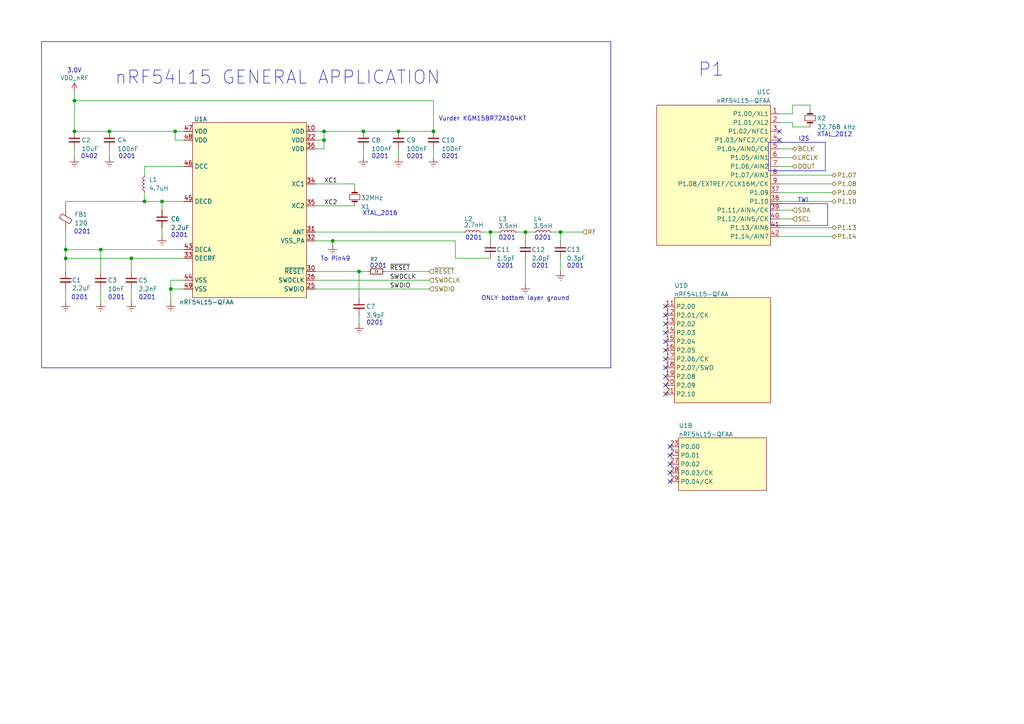
<source format=kicad_sch>
(kicad_sch (version 20250114) (generator "eeschema") (generator_version "9.0")
  (paper "A4")
  (lib_symbols
    (symbol "Crystal_Small_1" (pin_numbers (hide yes)) (pin_names (offset 1.016) (hide yes))
      (property "Reference" "X1" (at 0 -2.032 90))
      (property "Value" "32MHz" (at -2.54 -2.032 90))
      (symbol "Crystal_Small_1_0_1"
        (polyline (pts (xy -1.27 -0.762) (xy -1.27 0.762)) (stroke (width 0.381)))
        (rectangle (start -0.762 -1.524) (end 0.762 1.524))
        (polyline (pts (xy 1.27 -0.762) (xy 1.27 0.762)) (stroke (width 0.381)))
      )
      (symbol "Crystal_Small_1_1_1"
        (pin passive line (at -2.54 0 0) (length 1.27) (name "1") (number "1"))
        (pin passive line (at 2.54 0 180) (length 1.27) (name "3") (number "3"))
      )
    )
    (symbol "Device:C_Small" (pin_numbers (hide yes)) (pin_names (offset 0.254) (hide yes))
      (property "Reference" "C" (at 0.254 1.778 0))
      (property "Value" "C_Small" (at 0.254 -2.032 0))
      (symbol "C_Small_0_1"
        (polyline (pts (xy -1.524 0.508) (xy 1.524 0.508)) (stroke (width 0.3048)))
        (polyline (pts (xy -1.524 -0.508) (xy 1.524 -0.508)) (stroke (width 0.3302)))
      )
      (symbol "C_Small_1_1"
        (pin passive line (at 0 2.54 270) (length 2.032) (name "~") (number "1"))
        (pin passive line (at 0 -2.54 90) (length 2.032) (name "~") (number "2"))
      )
    )
    (symbol "Device:Crystal_Small" (pin_numbers (hide yes)) (pin_names (offset 1.016) (hide yes))
      (property "Reference" "Y" (at 0 2.54 0))
      (property "Value" "Crystal_Small" (at 0 -2.54 0))
      (symbol "Crystal_Small_0_1"
        (polyline (pts (xy -1.27 -0.762) (xy -1.27 0.762)) (stroke (width 0.381)))
        (rectangle (start -0.762 -1.524) (end 0.762 1.524))
        (polyline (pts (xy 1.27 -0.762) (xy 1.27 0.762)) (stroke (width 0.381)))
      )
      (symbol "Crystal_Small_1_1"
        (pin passive line (at -2.54 0 0) (length 1.27) (name "1") (number "1"))
        (pin passive line (at 2.54 0 180) (length 1.27) (name "2") (number "2"))
      )
    )
    (symbol "Device:FerriteBead_Small" (pin_numbers (hide yes)) (pin_names (offset 0))
      (property "Reference" "FB" (at 1.905 1.27 0))
      (property "Value" "FerriteBead_Small" (at 1.905 -1.27 0))
      (symbol "FerriteBead_Small_0_1"
        (polyline (pts (xy -1.8288 0.2794) (xy -1.1176 1.4986) (xy 1.8288 -0.2032) (xy 1.1176 -1.4224) (xy -1.8288 0.2794)))
        (polyline (pts (xy 0 0.889) (xy 0 1.2954)))
        (polyline (pts (xy 0 -1.27) (xy 0 -0.7874)))
      )
      (symbol "FerriteBead_Small_1_1"
        (pin passive line (at 0 2.54 270) (length 1.27) (name "~") (number "1"))
        (pin passive line (at 0 -2.54 90) (length 1.27) (name "~") (number "2"))
      )
    )
    (symbol "Device:L_Small" (pin_numbers (hide yes)) (pin_names (offset 0.254) (hide yes))
      (property "Reference" "L" (at 0.762 1.016 0))
      (property "Value" "L_Small" (at 0.762 -1.016 0))
      (symbol "L_Small_0_1"
        (arc (start 0 2.032) (mid 0.5058 1.524) (end 0 1.016))
        (arc (start 0 1.016) (mid 0.5058 0.508) (end 0 0))
        (arc (start 0 0) (mid 0.5058 -0.508) (end 0 -1.016))
        (arc (start 0 -1.016) (mid 0.5058 -1.524) (end 0 -2.032))
      )
      (symbol "L_Small_1_1"
        (pin passive line (at 0 2.54 270) (length 0.508) (name "~") (number "1"))
        (pin passive line (at 0 -2.54 90) (length 0.508) (name "~") (number "2"))
      )
    )
    (symbol "Device:R_Small" (pin_numbers (hide yes)) (pin_names (offset 0.254) (hide yes))
      (property "Reference" "R" (at 0 0 90))
      (property "Value" "R_Small" (at 1.778 0 90))
      (symbol "R_Small_0_1"
        (rectangle (start -0.762 1.778) (end 0.762 -1.778) (stroke (width 0.2032)))
      )
      (symbol "R_Small_1_1"
        (pin passive line (at 0 2.54 270) (length 0.762) (name "~") (number "1"))
        (pin passive line (at 0 -2.54 90) (length 0.762) (name "~") (number "2"))
      )
    )
    (symbol "Ekse:nRF54L15"
      (property "Reference" "U1" (at 2.286 51.816 0))
      (property "Value" "nRF54L15-QFAA" (at 4.064 -1.27 0))
      (symbol "nRF54L15_1_1"
        (rectangle (start 0 50.8) (end 33.02 0) (fill (type background)))
        (pin input line (at -2.54 48.26 0) (length 2.54) (name "VDD") (number "47"))
        (pin input line (at -2.54 45.72 0) (length 2.54) (name "VDD") (number "48"))
        (pin output line (at -2.54 38.1 0) (length 2.54) (name "DCC") (number "46"))
        (pin input line (at -2.54 27.94 0) (length 2.54) (name "DECD") (number "45"))
        (pin input line (at -2.54 13.97 0) (length 2.54) (name "DECA") (number "43"))
        (pin input line (at -2.54 11.43 0) (length 2.54) (name "DECRF") (number "33"))
        (pin input line (at -2.54 5.08 0) (length 2.54) (name "VSS") (number "44"))
        (pin input line (at -2.54 2.54 0) (length 2.54) (name "VSS") (number "49"))
        (pin input line (at 35.56 48.26 180) (length 2.54) (name "VDD") (number "10"))
        (pin input line (at 35.56 45.72 180) (length 2.54) (name "VDD") (number "22"))
        (pin input line (at 35.56 43.18 180) (length 2.54) (name "VDD") (number "36"))
        (pin input line (at 35.56 33.02 180) (length 2.54) (name "XC1") (number "34"))
        (pin output line (at 35.56 26.67 180) (length 2.54) (name "XC2") (number "35"))
        (pin bidirectional line (at 35.56 19.05 180) (length 2.54) (name "ANT") (number "31"))
        (pin input line (at 35.56 16.51 180) (length 2.54) (name "VSS_PA") (number "32"))
        (pin input line (at 35.56 7.62 180) (length 2.54) (name "~{RESET}") (number "30"))
        (pin input line (at 35.56 5.08 180) (length 2.54) (name "SWDCLK") (number "26"))
        (pin bidirectional line (at 35.56 2.54 180) (length 2.54) (name "SWDIO") (number "25"))
      )
      (symbol "nRF54L15_2_1"
        (rectangle (start 0 15.24) (end 25.4 0) (fill (type background)))
        (pin bidirectional line (at -2.54 12.7 0) (length 2.54) (name "P0.00") (number "23"))
        (pin bidirectional line (at -2.54 10.16 0) (length 2.54) (name "P0.01") (number "24"))
        (pin bidirectional line (at -2.54 7.62 0) (length 2.54) (name "P0.02") (number "27"))
        (pin bidirectional line (at -2.54 5.08 0) (length 2.54) (name "P0.03/CK") (number "28"))
        (pin bidirectional line (at -2.54 2.54 0) (length 2.54) (name "P0.04/CK") (number "29"))
      )
      (symbol "nRF54L15_3_1"
        (rectangle (start 0 40.64) (end 33.02 0) (fill (type background)))
        (pin bidirectional line (at -2.54 38.1 0) (length 2.54) (name "P1.00/XL1") (number "1"))
        (pin bidirectional line (at -2.54 35.56 0) (length 2.54) (name "P1.01/XL2") (number "2"))
        (pin bidirectional line (at -2.54 33.02 0) (length 2.54) (name "P1.02/NFC1") (number "3"))
        (pin bidirectional line (at -2.54 30.48 0) (length 2.54) (name "P1.03/NFC2/CK") (number "4"))
        (pin bidirectional line (at -2.54 27.94 0) (length 2.54) (name "P1.04/AIN0/CK") (number "5"))
        (pin bidirectional line (at -2.54 25.4 0) (length 2.54) (name "P1.05/AIN1") (number "6"))
        (pin bidirectional line (at -2.54 22.86 0) (length 2.54) (name "P1.06/AIN2") (number "7"))
        (pin bidirectional line (at -2.54 20.32 0) (length 2.54) (name "P1.07/AIN3") (number "8"))
        (pin bidirectional line (at -2.54 17.78 0) (length 2.54) (name "P1.08/EXTREF/CLK16M/CK") (number "9"))
        (pin bidirectional line (at -2.54 15.24 0) (length 2.54) (name "P1.09") (number "37"))
        (pin bidirectional line (at -2.54 12.7 0) (length 2.54) (name "P1.10") (number "38"))
        (pin bidirectional line (at -2.54 10.16 0) (length 2.54) (name "P1.11/AIN4/CK") (number "39"))
        (pin bidirectional line (at -2.54 7.62 0) (length 2.54) (name "P1.12/AIN5/CK") (number "40"))
        (pin bidirectional line (at -2.54 5.08 0) (length 2.54) (name "P1.13/AIN6") (number "41"))
        (pin bidirectional line (at -2.54 2.54 0) (length 2.54) (name "P1.14/AIN7") (number "42"))
      )
      (symbol "nRF54L15_4_1"
        (rectangle (start 0 30.48) (end 27.94 0) (fill (type background)))
        (pin bidirectional line (at -2.54 27.94 0) (length 2.54) (name "P2.00") (number "11"))
        (pin bidirectional line (at -2.54 25.4 0) (length 2.54) (name "P2.01/CK") (number "12"))
        (pin bidirectional line (at -2.54 22.86 0) (length 2.54) (name "P2.02") (number "13"))
        (pin bidirectional line (at -2.54 20.32 0) (length 2.54) (name "P2.03") (number "14"))
        (pin bidirectional line (at -2.54 17.78 0) (length 2.54) (name "P2.04") (number "15"))
        (pin bidirectional line (at -2.54 15.24 0) (length 2.54) (name "P2.05") (number "16"))
        (pin bidirectional line (at -2.54 12.7 0) (length 2.54) (name "P2.06/CK") (number "17"))
        (pin bidirectional line (at -2.54 10.16 0) (length 2.54) (name "P2.07/SWO") (number "18"))
        (pin bidirectional line (at -2.54 7.62 0) (length 2.54) (name "P2.08") (number "19"))
        (pin bidirectional line (at -2.54 5.08 0) (length 2.54) (name "P2.09") (number "20"))
        (pin bidirectional line (at -2.54 2.54 0) (length 2.54) (name "P2.10") (number "21"))
      )
    )
    (symbol "power:Earth" (power) (pin_numbers (hide yes)) (pin_names (offset 0) (hide yes))
      (property "Value" "Earth" (at 0 -3.81 0))
      (symbol "Earth_0_1"
        (polyline (pts (xy -0.635 -1.905) (xy 0.635 -1.905)))
        (polyline (pts (xy -0.127 -2.54) (xy 0.127 -2.54)))
        (polyline (pts (xy 0 -1.27) (xy 0 0)))
        (polyline (pts (xy 1.27 -1.27) (xy -1.27 -1.27)))
      )
      (symbol "Earth_1_1"
        (pin power_in line (at 0 0 270) (length 0) (name "~") (number "1"))
      )
    )
    (symbol "power:VDD" (power) (pin_numbers (hide yes)) (pin_names (offset 0) (hide yes))
      (property "Value" "VDD" (at 0 3.556 0))
      (symbol "VDD_0_1"
        (polyline (pts (xy -0.762 1.27) (xy 0 2.54)))
        (polyline (pts (xy 0 2.54) (xy 0.762 1.27)))
        (polyline (pts (xy 0 0) (xy 0 2.54)))
      )
      (symbol "VDD_1_1"
        (pin power_in line (at 0 0 90) (length 0) (name "~") (number "1"))
      )
    )
  )
  (rectangle (start 12.065 12.065) (end 177.165 106.68))
  (rectangle (start 223.52 59.055) (end 240.03 65.405))
  (rectangle (start 222.885 41.275) (end 239.395 49.53))
  (text "0201" (at 52.07 68.3198 0) (effects (font (size 1.27 1.27))))
  (text "Vurder KGM15BR72A104KT" (at 139.954 34.544 0) (effects (font (size 1.27 1.27))))
  (text "0201" (at 33.782 86.36 0) (effects (font (size 1.27 1.27))))
  (text "3.0V" (at 21.59 20.574 0) (effects (font (size 1.27 1.27))))
  (text "0201" (at 146.558 77.216 0) (effects (font (size 1.27 1.27))))
  (text "0201" (at 42.672 86.36 0) (effects (font (size 1.27 1.27))))
  (text "XTAL_2012" (at 242.062 39.116 0) (effects (font (size 1.27 1.27))))
  (text "0201" (at 130.556 45.4598 0) (effects (font (size 1.27 1.27))))
  (text "0402" (at 25.908 45.4598 0) (effects (font (size 1.27 1.27))))
  (text "0201\n" (at 108.712 93.7198 0) (effects (font (size 1.27 1.27))))
  (text "0201" (at 120.396 45.466 0) (effects (font (size 1.27 1.27))))
  (text "0201\n" (at 109.728 77.216 0) (effects (font (size 1.27 1.27))))
  (text "XTAL_2016" (at 110.236 61.9761 0) (effects (font (size 1.27 1.27))))
  (text "0201" (at 137.414 69.088 0) (effects (font (size 1.27 1.27))))
  (text "nRF54L15 GENERAL APPLICATION" (at 80.518 22.606 0) (effects (font (size 3.81 3.81))))
  (text "0201" (at 36.83 45.4598 0) (effects (font (size 1.27 1.27))))
  (text "0201" (at 156.718 77.216 0) (effects (font (size 1.27 1.27))))
  (text "TWI" (at 232.918 58.166 0) (effects (font (size 1.27 1.27))))
  (text "P1" (at 206.248 20.32 0) (effects (font (size 3.81 3.81))))
  (text "0201" (at 110.236 45.4598 0) (effects (font (size 1.27 1.27))))
  (text "ONLY bottom layer ground" (at 152.4 86.614 0) (effects (font (size 1.27 1.27))))
  (text "0201" (at 166.878 77.216 0) (effects (font (size 1.27 1.27))))
  (text "0201" (at 23.114 86.36 0) (effects (font (size 1.27 1.27))))
  (text "0201" (at 23.876 67.31 0) (effects (font (size 1.27 1.27))))
  (text "0201" (at 157.48 69.088 0) (effects (font (size 1.27 1.27))))
  (text "To Pin49" (at 97.282 75.184 0) (effects (font (size 1.27 1.27))))
  (text "0201" (at 147.066 69.088 0) (effects (font (size 1.27 1.27))))
  (text "I2S" (at 233.172 40.386 0) (effects (font (size 1.27 1.27))))
  (junction (at 41.91 58.42))
  (junction (at 49.53 83.82))
  (junction (at 104.14 78.74))
  (junction (at 152.4 67.31))
  (junction (at 19.05 72.39))
  (junction (at 50.8 38.1))
  (junction (at 96.52 69.85))
  (junction (at 105.41 38.1))
  (junction (at 21.59 38.1))
  (junction (at 31.75 38.1))
  (junction (at 46.99 58.42))
  (junction (at 162.56 67.31))
  (junction (at 125.73 38.1))
  (junction (at 142.24 67.31))
  (junction (at 21.59 29.21))
  (junction (at 29.21 72.39))
  (junction (at 115.57 38.1))
  (junction (at 93.98 40.64))
  (junction (at 93.98 38.1))
  (junction (at 19.05 74.93))
  (junction (at 38.1 74.93))
  (no_connect (at 193.04 104.14))
  (no_connect (at 194.31 129.54))
  (no_connect (at 193.04 111.76))
  (no_connect (at 193.04 109.22))
  (no_connect (at 193.04 106.68))
  (no_connect (at 226.06 38.1))
  (no_connect (at 193.04 101.6))
  (no_connect (at 193.04 114.3))
  (no_connect (at 193.04 93.98))
  (no_connect (at 193.04 91.44))
  (no_connect (at 194.31 137.16))
  (no_connect (at 193.04 88.9))
  (no_connect (at 226.06 40.64))
  (no_connect (at 194.31 132.08))
  (no_connect (at 194.31 134.62))
  (no_connect (at 193.04 99.06))
  (no_connect (at 194.31 139.7))
  (no_connect (at 193.04 96.52))
  (wire (pts (xy 91.44 40.64) (xy 93.98 40.64)))
  (wire (pts (xy 46.99 58.42) (xy 53.34 58.42)))
  (wire (pts (xy 229.87 33.02) (xy 229.87 30.48)))
  (wire (pts (xy 241.3 58.42) (xy 226.06 58.42)))
  (wire (pts (xy 104.14 78.74) (xy 104.14 86.36)))
  (wire (pts (xy 139.7 67.31) (xy 142.24 67.31)))
  (wire (pts (xy 93.98 40.64) (xy 93.98 43.18)))
  (wire (pts (xy 226.06 60.96) (xy 229.87 60.96)))
  (wire (pts (xy 241.3 53.34) (xy 226.06 53.34)))
  (wire (pts (xy 29.21 72.39) (xy 29.21 78.74)))
  (wire (pts (xy 38.1 83.82) (xy 38.1 87.63)))
  (wire (pts (xy 162.56 74.93) (xy 162.56 78.74)))
  (wire (pts (xy 226.06 63.5) (xy 229.87 63.5)))
  (wire (pts (xy 91.44 43.18) (xy 93.98 43.18)))
  (wire (pts (xy 19.05 58.42) (xy 19.05 60.96)))
  (wire (pts (xy 241.3 66.04) (xy 226.06 66.04)))
  (wire (pts (xy 125.73 29.21) (xy 125.73 38.1)))
  (wire (pts (xy 105.41 38.1) (xy 115.57 38.1)))
  (wire (pts (xy 226.06 45.72) (xy 229.87 45.72)))
  (wire (pts (xy 41.91 58.42) (xy 46.99 58.42)))
  (wire (pts (xy 41.91 55.88) (xy 41.91 58.42)))
  (wire (pts (xy 142.24 67.31) (xy 144.78 67.31)))
  (wire (pts (xy 226.06 35.56) (xy 229.87 35.56)))
  (wire (pts (xy 53.34 38.1) (xy 50.8 38.1)))
  (wire (pts (xy 91.44 53.34) (xy 102.87 53.34)))
  (wire (pts (xy 91.44 81.28) (xy 124.46 81.28)))
  (wire (pts (xy 162.56 67.31) (xy 168.91 67.31)))
  (wire (pts (xy 49.53 81.28) (xy 49.53 83.82)))
  (wire (pts (xy 152.4 74.93) (xy 152.4 82.55)))
  (wire (pts (xy 91.44 38.1) (xy 93.98 38.1)))
  (wire (pts (xy 19.05 74.93) (xy 19.05 78.74)))
  (wire (pts (xy 91.44 67.31) (xy 134.62 67.31)))
  (wire (pts (xy 241.3 55.88) (xy 226.06 55.88)))
  (wire (pts (xy 104.14 78.74) (xy 91.44 78.74)))
  (wire (pts (xy 234.95 30.48) (xy 234.95 31.75)))
  (wire (pts (xy 115.57 43.18) (xy 115.57 45.72)))
  (wire (pts (xy 38.1 74.93) (xy 53.34 74.93)))
  (wire (pts (xy 241.3 50.8) (xy 226.06 50.8)))
  (wire (pts (xy 226.06 43.18) (xy 229.87 43.18)))
  (wire (pts (xy 53.34 81.28) (xy 49.53 81.28)))
  (wire (pts (xy 152.4 67.31) (xy 154.94 67.31)))
  (wire (pts (xy 29.21 72.39) (xy 19.05 72.39)))
  (wire (pts (xy 160.02 67.31) (xy 162.56 67.31)))
  (wire (pts (xy 102.87 53.34) (xy 102.87 54.61)))
  (wire (pts (xy 38.1 74.93) (xy 38.1 78.74)))
  (wire (pts (xy 93.98 38.1) (xy 105.41 38.1)))
  (wire (pts (xy 229.87 36.83) (xy 229.87 35.56)))
  (wire (pts (xy 21.59 29.21) (xy 125.73 29.21)))
  (wire (pts (xy 234.95 36.83) (xy 229.87 36.83)))
  (wire (pts (xy 31.75 38.1) (xy 50.8 38.1)))
  (wire (pts (xy 162.56 67.31) (xy 162.56 69.85)))
  (wire (pts (xy 142.24 67.31) (xy 142.24 69.85)))
  (wire (pts (xy 19.05 72.39) (xy 19.05 74.93)))
  (wire (pts (xy 125.73 43.18) (xy 125.73 45.72)))
  (wire (pts (xy 31.75 43.18) (xy 31.75 45.72)))
  (wire (pts (xy 105.41 43.18) (xy 105.41 45.72)))
  (wire (pts (xy 21.59 43.18) (xy 21.59 45.72)))
  (wire (pts (xy 19.05 83.82) (xy 19.05 87.63)))
  (wire (pts (xy 104.14 78.74) (xy 106.68 78.74)))
  (wire (pts (xy 49.53 83.82) (xy 49.53 87.63)))
  (wire (pts (xy 229.87 30.48) (xy 234.95 30.48)))
  (wire (pts (xy 91.44 83.82) (xy 124.46 83.82)))
  (wire (pts (xy 149.86 67.31) (xy 152.4 67.31)))
  (wire (pts (xy 132.08 74.93) (xy 132.08 69.85)))
  (wire (pts (xy 53.34 72.39) (xy 29.21 72.39)))
  (wire (pts (xy 104.14 91.44) (xy 104.14 93.98)))
  (wire (pts (xy 115.57 38.1) (xy 125.73 38.1)))
  (wire (pts (xy 226.06 48.26) (xy 229.87 48.26)))
  (wire (pts (xy 142.24 74.93) (xy 132.08 74.93)))
  (wire (pts (xy 91.44 59.69) (xy 102.87 59.69)))
  (wire (pts (xy 21.59 38.1) (xy 21.59 29.21)))
  (wire (pts (xy 19.05 74.93) (xy 38.1 74.93)))
  (wire (pts (xy 50.8 40.64) (xy 50.8 38.1)))
  (wire (pts (xy 46.99 66.04) (xy 46.99 68.58)))
  (wire (pts (xy 91.44 69.85) (xy 96.52 69.85)))
  (wire (pts (xy 21.59 38.1) (xy 31.75 38.1)))
  (wire (pts (xy 152.4 69.85) (xy 152.4 67.31)))
  (wire (pts (xy 41.91 48.26) (xy 41.91 50.8)))
  (wire (pts (xy 41.91 48.26) (xy 53.34 48.26)))
  (wire (pts (xy 19.05 58.42) (xy 41.91 58.42)))
  (wire (pts (xy 226.06 33.02) (xy 229.87 33.02)))
  (wire (pts (xy 19.05 66.04) (xy 19.05 72.39)))
  (wire (pts (xy 53.34 40.64) (xy 50.8 40.64)))
  (wire (pts (xy 96.52 69.85) (xy 96.52 71.12)))
  (wire (pts (xy 132.08 69.85) (xy 96.52 69.85)))
  (wire (pts (xy 21.59 29.21) (xy 21.59 26.67)))
  (wire (pts (xy 29.21 83.82) (xy 29.21 87.63)))
  (wire (pts (xy 49.53 83.82) (xy 53.34 83.82)))
  (wire (pts (xy 111.76 78.74) (xy 124.46 78.74)))
  (wire (pts (xy 46.99 58.42) (xy 46.99 60.96)))
  (wire (pts (xy 241.3 68.58) (xy 226.06 68.58)))
  (wire (pts (xy 93.98 38.1) (xy 93.98 40.64)))
  (label "XC2" (at 93.98 59.69 0))
  (label "~{RESET}" (at 113.03 78.74 0))
  (label "XC1" (at 93.98 53.34 0))
  (label "SWDCLK" (at 113.03 81.28 0))
  (label "SWDIO" (at 113.03 83.82 0))
  (hierarchical_label "SDA" (shape input) (at 229.87 60.96 0))
  (hierarchical_label "SWDCLK" (shape input) (at 124.46 81.28 0))
  (hierarchical_label "P1.08" (shape bidirectional) (at 241.3 53.34 0))
  (hierarchical_label "SWDIO" (shape input) (at 124.46 83.82 0))
  (hierarchical_label "P1.09" (shape bidirectional) (at 241.3 55.88 0))
  (hierarchical_label "P1.07" (shape bidirectional) (at 241.3 50.8 0))
  (hierarchical_label "SCL" (shape input) (at 229.87 63.5 0))
  (hierarchical_label "LRCLK" (shape bidirectional) (at 229.87 45.72 0))
  (hierarchical_label "RF" (shape input) (at 168.91 67.31 0))
  (hierarchical_label "P1.10" (shape bidirectional) (at 241.3 58.42 0))
  (hierarchical_label "P1.13" (shape bidirectional) (at 241.3 66.04 0))
  (hierarchical_label "BCLK" (shape bidirectional) (at 229.87 43.18 0))
  (hierarchical_label "P1.14" (shape bidirectional) (at 241.3 68.58 0))
  (hierarchical_label "DOUT" (shape bidirectional) (at 229.87 48.26 0))
  (hierarchical_label "~{RESET}" (shape input) (at 124.46 78.74 0))
  (symbol (lib_id "Device:C_Small") (at 142.24 72.39 0) (unit 1)
    (property "Reference" "C11" (at 144.018 72.39 0) (effects (justify left)))
    (property "Value" "1.5pF" (at 144.018 74.93 0) (effects (justify left)))
    (property "Footprint" "Capacitor_SMD:C_0201_0603Metric" (effects (hide yes)))
    (property "Description" "Unpolarized capacitor, small symbol" (effects (hide yes)))
    (property "MPN" "GJM0335C1E1R5WB01J" (effects (hide yes)))
    (property "Price" "0.998" (effects (hide yes)))
  )
  (symbol (lib_id "Device:L_Small") (at 41.91 53.34 180) (unit 1)
    (property "Reference" "L1" (at 43.18 52.0699 0) (effects (justify right)))
    (property "Value" "4.7uH" (at 43.18 54.6099 0) (effects (justify right)))
    (property "Footprint" "Inductor_SMD:L_0603_1608Metric" (effects (hide yes)))
    (property "Description" "Inductor, small symbol" (effects (hide yes)))
    (property "MPN" "LQM18PN4R7MFRL" (effects (hide yes)))
    (property "Price" "1.69" (effects (hide yes)))
  )
  (symbol (lib_id "power:Earth") (at 104.14 93.98 0) (unit 1)
    (property "Reference" "#PWR012" (effects (hide yes)))
    (property "Value" "GND" (effects (hide yes)))
    (property "Description" "Power symbol creates a global label with name \"GND\"" (effects (hide yes)))
  )
  (symbol (lib_id "Ekse:nRF54L15") (at 55.88 86.36 0) (unit 1)
    (property "Reference" "U1" (at 58.166 34.544 0))
    (property "Value" "nRF54L15-QFAA" (at 59.944 87.63 0))
    (property "Footprint" "Ekse:QFN48_6X6_NOR" (effects (hide yes)))
    (property "MPN" "NRF54L15-QFAA-R7" (effects (hide yes)))
    (property "Price" "23.08" (effects (hide yes)))
  )
  (symbol (lib_id "Ekse:nRF54L15") (at 195.58 116.84 0) (unit 4)
    (property "Reference" "U1" (at 195.58 82.804 0) (effects (justify left)))
    (property "Value" "nRF54L15-QFAA" (at 195.58 85.344 0) (effects (justify left)))
    (property "Footprint" "Ekse:QFN48_6X6_NOR" (effects (hide yes)))
    (property "MPN" "NRF54L15-QFAA-R7" (effects (hide yes)))
    (property "Price" "23.08" (effects (hide yes)))
  )
  (symbol (lib_id "Device:C_Small") (at 125.73 40.64 0) (unit 1)
    (property "Reference" "C10" (at 128.016 40.64 0) (effects (justify left)))
    (property "Value" "100nF" (at 128.016 43.18 0) (effects (justify left)))
    (property "Footprint" "Capacitor_SMD:C_0201_0603Metric" (effects (hide yes)))
    (property "Description" "Unpolarized capacitor, small symbol" (effects (hide yes)))
    (property "MPN" "KGM03AR70J104KH" (effects (hide yes)))
    (property "Price" "3.6" (effects (hide yes)))
  )
  (symbol (lib_id "Device:FerriteBead_Small") (at 19.05 63.5 0) (unit 1)
    (property "Reference" "FB1" (at 21.59 62.1918 0) (effects (justify left)))
    (property "Value" "120" (at 21.59 64.7318 0) (effects (justify left)))
    (property "Footprint" "Inductor_SMD:L_0201_0603Metric" (effects (hide yes)))
    (property "Description" "Ferrite bead, small symbol" (effects (hide yes)))
    (property "MPN" "MMZ0603Y121CT000" (effects (hide yes)))
    (property "Price" "1.3" (effects (hide yes)))
  )
  (symbol (lib_id "Device:C_Small") (at 115.57 40.64 0) (unit 1)
    (property "Reference" "C9" (at 117.856 40.64 0) (effects (justify left)))
    (property "Value" "100nF" (at 117.856 43.18 0) (effects (justify left)))
    (property "Footprint" "Capacitor_SMD:C_0201_0603Metric" (effects (hide yes)))
    (property "Description" "Unpolarized capacitor, small symbol" (effects (hide yes)))
    (property "MPN" "KGM03AR70J104KH" (effects (hide yes)))
    (property "Price" "3.6" (effects (hide yes)))
  )
  (symbol (lib_id "Device:C_Small") (at 105.41 40.64 0) (unit 1)
    (property "Reference" "C8" (at 107.696 40.64 0) (effects (justify left)))
    (property "Value" "100nF" (at 107.696 43.18 0) (effects (justify left)))
    (property "Footprint" "Capacitor_SMD:C_0201_0603Metric" (effects (hide yes)))
    (property "Description" "Unpolarized capacitor, small symbol" (effects (hide yes)))
    (property "MPN" "KGM03AR70J104KH" (effects (hide yes)))
    (property "Price" "3.6" (effects (hide yes)))
  )
  (symbol (lib_id "power:Earth") (at 105.41 45.72 0) (unit 1)
    (property "Reference" "#PWR013" (effects (hide yes)))
    (property "Value" "GND" (effects (hide yes)))
    (property "Description" "Power symbol creates a global label with name \"GND\"" (effects (hide yes)))
  )
  (symbol (lib_id "power:Earth") (at 29.21 87.63 0) (unit 1)
    (property "Reference" "#PWR06" (effects (hide yes)))
    (property "Value" "GND" (effects (hide yes)))
    (property "Description" "Power symbol creates a global label with name \"GND\"" (effects (hide yes)))
  )
  (symbol (lib_id "Device:C_Small") (at 31.75 40.64 0) (unit 1)
    (property "Reference" "C4" (at 34.036 40.64 0) (effects (justify left)))
    (property "Value" "100nF" (at 34.036 43.18 0) (effects (justify left)))
    (property "Footprint" "Capacitor_SMD:C_0201_0603Metric" (effects (hide yes)))
    (property "Description" "Unpolarized capacitor, small symbol" (effects (hide yes)))
    (property "MPN" "KGM03AR70J104KH" (effects (hide yes)))
    (property "Price" "3.6" (effects (hide yes)))
  )
  (symbol (lib_id "power:Earth") (at 115.57 45.72 0) (unit 1)
    (property "Reference" "#PWR014" (effects (hide yes)))
    (property "Value" "GND" (effects (hide yes)))
    (property "Description" "Power symbol creates a global label with name \"GND\"" (effects (hide yes)))
  )
  (symbol (lib_id "Device:C_Small") (at 21.59 40.64 0) (unit 1)
    (property "Reference" "C2" (at 23.622 40.64 0) (effects (justify left)))
    (property "Value" "10uF" (at 23.622 43.18 0) (effects (justify left)))
    (property "Footprint" "Capacitor_SMD:C_0402_1005Metric" (effects (hide yes)))
    (property "Description" "Unpolarized capacitor, small symbol" (effects (hide yes)))
    (property "MPN" "KGM05CS60J106MH" (effects (hide yes)))
    (property "Price" "3.19" (effects (hide yes)))
  )
  (symbol (lib_id "power:Earth") (at 152.4 82.55 0) (unit 1)
    (property "Reference" "#PWR016" (effects (hide yes)))
    (property "Value" "GND" (effects (hide yes)))
    (property "Description" "Power symbol creates a global label with name \"GND\"" (effects (hide yes)))
  )
  (symbol (lib_id "Device:C_Small") (at 104.14 88.9 0) (unit 1)
    (property "Reference" "C7" (at 106.172 88.9 0) (effects (justify left)))
    (property "Value" "3.9pF" (at 106.172 91.44 0) (effects (justify left)))
    (property "Footprint" "Capacitor_SMD:C_0201_0603Metric" (effects (hide yes)))
    (property "Description" "Unpolarized capacitor, small symbol" (effects (hide yes)))
    (property "MPN" "GCQ0335C1H3R9CB01D" (effects (hide yes)))
    (property "Price" "1.19" (effects (hide yes)))
  )
  (symbol (lib_id "power:Earth") (at 96.52 71.12 0) (unit 1)
    (property "Reference" "#PWR011" (effects (hide yes)))
    (property "Value" "GND" (effects (hide yes)))
    (property "Description" "Power symbol creates a global label with name \"GND\"" (effects (hide yes)))
  )
  (symbol (lib_id "Device:C_Small") (at 152.4 72.39 0) (unit 1)
    (property "Reference" "C12" (at 154.178 72.39 0) (effects (justify left)))
    (property "Value" "2.0pF" (at 154.178 74.93 0) (effects (justify left)))
    (property "Footprint" "Capacitor_SMD:C_0201_0603Metric" (effects (hide yes)))
    (property "Description" "Unpolarized capacitor, small symbol" (effects (hide yes)))
    (property "MPN" "GJM0335C1E2R0WB01D" (effects (hide yes)))
    (property "Price" "1.19" (effects (hide yes)))
  )
  (symbol (lib_id "power:Earth") (at 38.1 87.63 0) (unit 1)
    (property "Reference" "#PWR08" (effects (hide yes)))
    (property "Value" "GND" (effects (hide yes)))
    (property "Description" "Power symbol creates a global label with name \"GND\"" (effects (hide yes)))
  )
  (symbol (lib_id "power:Earth") (at 31.75 45.72 0) (unit 1)
    (property "Reference" "#PWR07" (effects (hide yes)))
    (property "Value" "GND" (effects (hide yes)))
    (property "Description" "Power symbol creates a global label with name \"GND\"" (effects (hide yes)))
  )
  (symbol (lib_id "Device:C_Small") (at 38.1 81.28 0) (unit 1)
    (property "Reference" "C5" (at 40.132 81.28 0) (effects (justify left)))
    (property "Value" "2.2nF" (at 40.132 83.82 0) (effects (justify left)))
    (property "Footprint" "Capacitor_SMD:C_0201_0603Metric" (effects (hide yes)))
    (property "Description" "Unpolarized capacitor, small symbol" (effects (hide yes)))
    (property "MPN" "GRM033R71A222KA01D" (effects (hide yes)))
    (property "Price" "0.998" (effects (hide yes)))
  )
  (symbol (lib_id "Device:L_Small") (at 137.16 67.31 90) (unit 1)
    (property "Reference" "L2" (at 135.89 63.5 90))
    (property "Value" "2.7nH" (at 137.414 65.278 90))
    (property "Footprint" "Inductor_SMD:L_0201_0603Metric" (effects (hide yes)))
    (property "Description" "Inductor, small symbol" (effects (hide yes)))
    (property "MPN" "LQP03HQ2N7B02D" (effects (hide yes)))
    (property "Price" "1.19" (effects (hide yes)))
  )
  (symbol (lib_id "power:Earth") (at 21.59 45.72 0) (unit 1)
    (property "Reference" "#PWR05" (effects (hide yes)))
    (property "Value" "GND" (effects (hide yes)))
    (property "Description" "Power symbol creates a global label with name \"GND\"" (effects (hide yes)))
  )
  (symbol (lib_id "Device:C_Small") (at 46.99 63.5 0) (unit 1)
    (property "Reference" "C6" (at 49.53 63.5 0) (effects (justify left)))
    (property "Value" "2.2uF" (at 49.53 66.04 0) (effects (justify left)))
    (property "Footprint" "Capacitor_SMD:C_0201_0603Metric" (effects (hide yes)))
    (property "Description" "Unpolarized capacitor, small symbol" (effects (hide yes)))
    (property "MPN" "GRM033D80E225ME47D" (effects (hide yes)))
    (property "Price" "1.10" (effects (hide yes)))
  )
  (symbol (lib_id "Device:R_Small") (at 109.22 78.74 90) (unit 1)
    (property "Reference" "R2" (at 108.458 75.184 90) (effects (font (size 1.016 1.016))))
    (property "Value" "1k" (at 109.22 78.74 90) (effects (font (size 0.635 0.635))))
    (property "Footprint" "Resistor_SMD:R_0201_0603Metric" (effects (hide yes)))
    (property "Description" "Resistor, small symbol" (effects (hide yes)))
    (property "MPN" "RCA02011K00FNEDSR" (effects (hide yes)))
    (property "Price" "0.998" (effects (hide yes)))
  )
  (symbol (lib_id "Device:C_Small") (at 19.05 81.28 0) (unit 1)
    (property "Reference" "C1" (at 20.828 81.28 0) (effects (justify left)))
    (property "Value" "2.2uF" (at 20.828 83.566 0) (effects (justify left)))
    (property "Footprint" "Capacitor_SMD:C_0201_0603Metric" (effects (hide yes)))
    (property "Description" "Unpolarized capacitor, small symbol" (effects (hide yes)))
    (property "MPN" "GRM033D80E225ME47D" (effects (hide yes)))
    (property "Price" "1.10" (effects (hide yes)))
  )
  (symbol (lib_id "power:Earth") (at 19.05 87.63 0) (unit 1)
    (property "Reference" "#PWR03" (effects (hide yes)))
    (property "Value" "GND" (effects (hide yes)))
    (property "Description" "Power symbol creates a global label with name \"GND\"" (effects (hide yes)))
  )
  (symbol (lib_id "Device:C_Small") (at 162.56 72.39 0) (unit 1)
    (property "Reference" "C13" (at 164.338 72.39 0) (effects (justify left)))
    (property "Value" "0.3pF" (at 164.338 74.93 0) (effects (justify left)))
    (property "Footprint" "Capacitor_SMD:C_0201_0603Metric" (effects (hide yes)))
    (property "Description" "Unpolarized capacitor, small symbol" (effects (hide yes)))
    (property "MPN" "GCQ0335C1HR30BB01D" (effects (hide yes)))
    (property "Price" "1.19" (effects (hide yes)))
  )
  (symbol (lib_id "power:Earth") (at 46.99 68.58 0) (unit 1)
    (property "Reference" "#PWR09" (effects (hide yes)))
    (property "Value" "GND" (effects (hide yes)))
    (property "Description" "Power symbol creates a global label with name \"GND\"" (effects (hide yes)))
  )
  (symbol (lib_id "power:VDD") (at 21.59 26.67 0) (unit 1)
    (property "Reference" "#PWR04" (effects (hide yes)))
    (property "Value" "VDD_nRF" (at 21.59 22.606 0))
    (property "Description" "Power symbol creates a global label with name \"VDD\"" (effects (hide yes)))
  )
  (symbol (lib_id "Ekse:nRF54L15") (at 196.85 142.24 0) (unit 2)
    (property "Reference" "U1" (at 196.85 123.444 0) (effects (justify left)))
    (property "Value" "nRF54L15-QFAA" (at 196.85 125.984 0) (effects (justify left)))
    (property "Footprint" "Ekse:QFN48_6X6_NOR" (effects (hide yes)))
    (property "MPN" "NRF54L15-QFAA-R7" (effects (hide yes)))
    (property "Price" "23.08" (effects (hide yes)))
  )
  (symbol (lib_id "Device:Crystal_Small") (at 234.95 34.29 90) (unit 1)
    (property "Reference" "X2" (at 236.982 34.29 90) (effects (justify right)))
    (property "Value" "32.768 kHz" (at 236.982 36.83 90) (effects (justify right)))
    (property "Footprint" "Crystal:Crystal_SMD_2012-2Pin_2.0x1.2mm" (effects (hide yes)))
    (property "Description" "Two pin crystal, small symbol" (effects (hide yes)))
    (property "MPN" "CM8V-T1A-32.768kHz-9pF-20PPM-TB-QC" (effects (hide yes)))
    (property "Price" "6.59" (effects (hide yes)))
  )
  (symbol (lib_id "power:Earth") (at 49.53 87.63 0) (unit 1)
    (property "Reference" "#PWR010" (effects (hide yes)))
    (property "Value" "GND" (effects (hide yes)))
    (property "Description" "Power symbol creates a global label with name \"GND\"" (effects (hide yes)))
  )
  (symbol (lib_id "Device:C_Small") (at 29.21 81.28 0) (unit 1)
    (property "Reference" "C3" (at 31.242 81.28 0) (effects (justify left)))
    (property "Value" "10nF" (at 31.242 83.82 0) (effects (justify left)))
    (property "Footprint" "Capacitor_SMD:C_0201_0603Metric" (effects (hide yes)))
    (property "Description" "Unpolarized capacitor, small symbol" (effects (hide yes)))
    (property "MPN" "GRM033R70J103JA01D" (effects (hide yes)))
    (property "Price" "0.998" (effects (hide yes)))
  )
  (symbol (lib_id "Ekse:nRF54L15") (at 223.52 71.12 0) (mirror y) (unit 3)
    (property "Reference" "U1" (at 223.52 26.67 0) (effects (justify left)))
    (property "Value" "nRF54L15-QFAA" (at 223.52 29.21 0) (effects (justify left)))
    (property "Footprint" "Ekse:QFN48_6X6_NOR" (effects (hide yes)))
    (property "MPN" "NRF54L15-QFAA-R7" (effects (hide yes)))
    (property "Price" "23.08" (effects (hide yes)))
  )
  (symbol (lib_id "Device:L_Small") (at 157.48 67.31 90) (unit 1)
    (property "Reference" "L4" (at 155.956 63.5 90))
    (property "Value" "3.5nH" (at 157.48 65.532 90))
    (property "Footprint" "Inductor_SMD:L_0201_0603Metric" (effects (hide yes)))
    (property "Description" "Inductor, small symbol" (effects (hide yes)))
    (property "MPN" "LQP03HQ3N5B02D" (effects (hide yes)))
    (property "Price" "1.19" (effects (hide yes)))
  )
  (symbol (lib_id "power:Earth") (at 162.56 78.74 0) (unit 1)
    (property "Reference" "#PWR017" (effects (hide yes)))
    (property "Value" "GND" (effects (hide yes)))
    (property "Description" "Power symbol creates a global label with name \"GND\"" (effects (hide yes)))
  )
  (symbol (lib_id "power:Earth") (at 125.73 45.72 0) (unit 1)
    (property "Reference" "#PWR015" (effects (hide yes)))
    (property "Value" "GND" (effects (hide yes)))
    (property "Description" "Power symbol creates a global label with name \"GND\"" (effects (hide yes)))
  )
  (symbol (lib_id "Device:L_Small") (at 147.32 67.31 90) (unit 1)
    (property "Reference" "L3" (at 145.796 63.5 90))
    (property "Value" "3.5nH" (at 147.32 65.532 90))
    (property "Footprint" "Inductor_SMD:L_0201_0603Metric" (effects (hide yes)))
    (property "Description" "Inductor, small symbol" (effects (hide yes)))
    (property "MPN" "LQP03HQ3N5B02D" (effects (hide yes)))
    (property "Price" "1.19" (effects (hide yes)))
  )
  (symbol (lib_name "Crystal_Small_1") (lib_id "Device:Crystal_Small") (at 102.87 57.15 90) (mirror x) (unit 1)
    (property "Reference" "X1" (at 104.648 59.944 90) (effects (justify right)))
    (property "Value" "32MHz" (at 104.648 57.404 90) (effects (justify right)))
    (property "Footprint" "Ekse:CX2016DB32000D0WZRC1" (effects (hide yes)))
    (property "Description" "Two pin crystal, small symbol" (effects (hide yes)))
    (property "MPN" "CX2016DB32000D0WZRC1" (effects (hide yes)))
    (property "Price" "6.59" (effects (hide yes)))
  )
)
</source>
